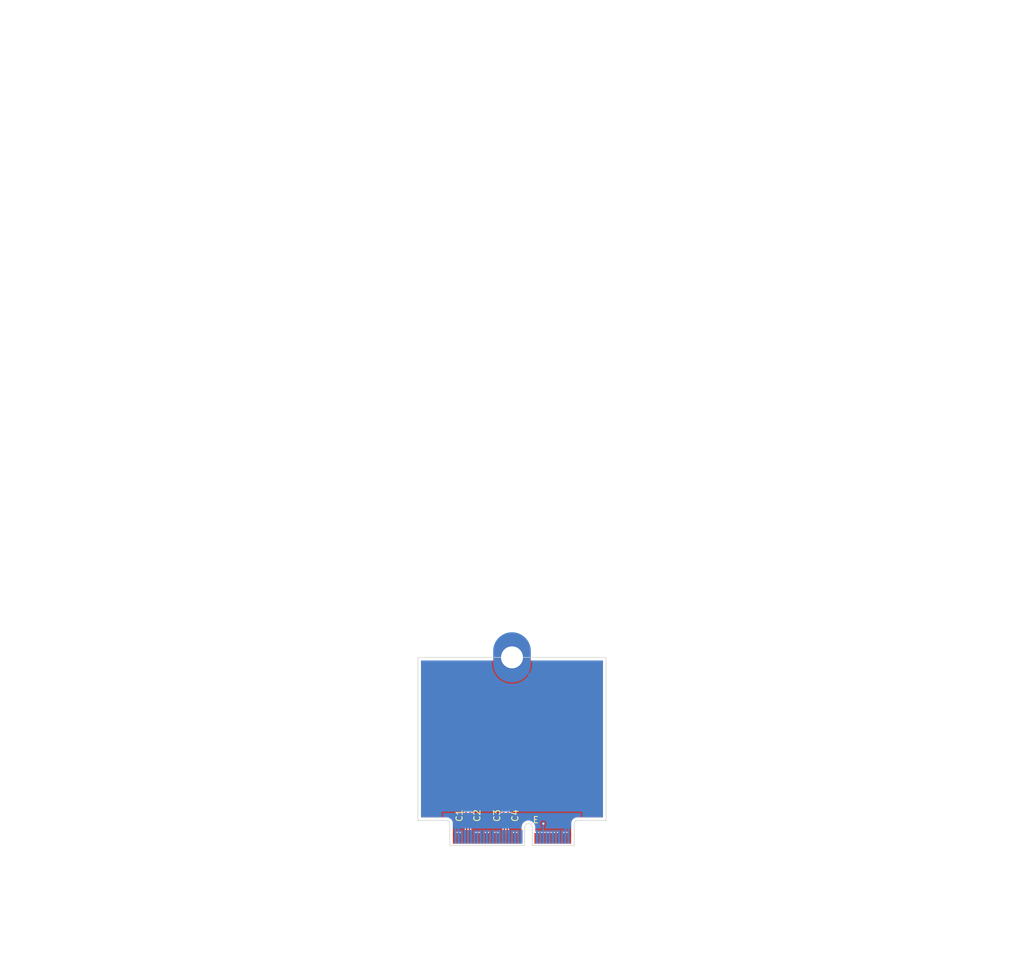
<source format=kicad_pcb>
(kicad_pcb (version 20241229) (generator "pcbnew") (generator_version "9.0")
  (layers (0 "F.Cu" signal) (2 "B.Cu" signal) (13 "F.Paste" user) (15 "B.Paste" user) (5 "F.SilkS" user "F.Silkscreen") (7 "B.SilkS" user "B.Silkscreen") (1 "F.Mask" user) (3 "B.Mask" user) (25 "Edge.Cuts" user))
  (net 0 "")
  (net 1 "/M.2 E Key/PET1P")
  (net 2 "/M.2 E Key/PET1N")
  (net 3 "/M.2 E Key/PET0P")
  (net 4 "/M.2 E Key/PET0N")
  (net 5 "GND")
  (net 6 "/PET0-")
  (net 7 "/PET1-")
  (net 8 "/PET1+")
  (net 9 "/PET0+")
  (net 10 "+3.3V")
  (net 11 "/USB_D+")
  (net 12 "/USB_D-")
  (net 13 "/LED#1")
  (net 14 "/I2S_SCK")
  (net 15 "/SDIO_CLK")
  (net 16 "/I2S_WS")
  (net 17 "/SDIO_CMD")
  (net 18 "/I2S_SD_OUT")
  (net 19 "/SDIO_DATA0")
  (net 20 "/I2S_SD_IN")
  (net 21 "/SDIO_DATA3")
  (net 22 "/LED#2")
  (net 23 "/SDIO_DATA2")
  (net 24 "/SDIO_DATA1")
  (net 25 "/UART_WAKE#")
  (net 26 "/SDIO__WAKE#")
  (net 27 "/UART_TXD")
  (net 28 "/SDIO_RESET#")
  (net 29 "/UART_RXD")
  (net 30 "/UARD_RTS")
  (net 31 "/PER0-")
  (net 32 "/UART_CTS")
  (net 33 "/PER0+")
  (net 39 "/REFCLK0+")
  (net 41 "/REFCLK0-")
  (net 42 "/SUSCLK")
  (net 43 "/PERST0#")
  (net 44 "/CLKREQ0#")
  (net 45 "/W_DISABLE2#")
  (net 46 "/PEWAKE#")
  (net 47 "/W_DISABLE1#")
  (net 48 "/I2C_DATA")
  (net 49 "/PER1+")
  (net 50 "/I2C_CLK")
  (net 51 "/PER1-")
  (net 52 "/ALERT#")
  (net 54 "/PERST1#")
  (net 55 "/CLKREQ1#")
  (net 56 "/PEWAKE1#")
  (net 57 "/REFCLK1+")
  (net 58 "/REFCLK1-")
  (footprint "PCIexpress:M.2 E Key Connector" (layer "F.Cu") (at 109.76 157.84)
    (property "Reference" "J1")
    (property "Value" "~")
    (fp_line (start -11 -2.89) (end -10.425 -2.89) (stroke (width 0.1)) (layer "Edge.Cuts"))
    (fp_line (start -9.925 -2.39) (end -9.925 1.11) (stroke (width 0.1)) (layer "Edge.Cuts"))
    (fp_line (start 2.02 -1.79) (end 2.02 1.11) (stroke (width 0.1)) (layer "Edge.Cuts"))
    (fp_line (start 2.02 1.11) (end -9.925 1.11) (stroke (width 0.1)) (layer "Edge.Cuts"))
    (fp_line (start 3.22 -1.79) (end 3.22 1.11) (stroke (width 0.1)) (layer "Edge.Cuts"))
    (fp_line (start 3.22 1.11) (end 9.925 1.11) (stroke (width 0.1)) (layer "Edge.Cuts"))
    (fp_line (start 9.925 -2.39) (end 9.925 1.11) (stroke (width 0.1)) (layer "Edge.Cuts"))
    (fp_line (start 10.425 -2.89) (end 11 -2.89) (stroke (width 0.1)) (layer "Edge.Cuts"))
    (fp_arc (start -10.425 -2.89) (mid -10.071447 -2.743553) (end -9.925 -2.39) (stroke (width 0.1)) (layer "Edge.Cuts"))
    (fp_arc (start 2.02 -1.79) (mid 2.62 -2.39) (end 3.22 -1.79) (stroke (width 0.1)) (layer "Edge.Cuts"))
    (fp_arc (start 9.925 -2.39) (mid 10.071447 -2.743553) (end 10.425 -2.89) (stroke (width 0.1)) (layer "Edge.Cuts"))
    (fp_text user "E" (at 3.245 -2.395 0) (layer "F.SilkS") (effects (justify left bottom)))
    (pad "1" smd rect (at 9.25 -0.04 180) (size 0.35 1.7) (layers "F.Cu") (net 5 "GND"))
    (pad "2" smd rect (at 9 -0.29 180) (size 0.35 2.2) (layers "B.Cu") (net 10 "+3.3V"))
    (pad "3" smd rect (at 8.75 -0.04 180) (size 0.35 1.7) (layers "F.Cu") (net 11 "/USB_D+"))
    (pad "4" smd rect (at 8.5 -0.29 180) (size 0.35 2.2) (layers "B.Cu") (net 10 "+3.3V"))
    (pad "5" smd rect (at 8.25 -0.04 180) (size 0.35 1.7) (layers "F.Cu") (net 12 "/USB_D-"))
    (pad "6" smd rect (at 8 -0.29 180) (size 0.35 2.2) (layers "B.Cu") (net 13 "/LED#1"))
    (pad "7" smd rect (at 7.75 -0.04 180) (size 0.35 1.7) (layers "F.Cu") (net 5 "GND"))
    (pad "8" smd rect (at 7.5 -0.29 180) (size 0.35 2.2) (layers "B.Cu") (net 14 "/I2S_SCK"))
    (pad "9" smd rect (at 7.25 -0.04 180) (size 0.35 1.7) (layers "F.Cu") (net 15 "/SDIO_CLK"))
    (pad "10" smd rect (at 7 -0.29 180) (size 0.35 2.2) (layers "B.Cu") (net 16 "/I2S_WS"))
    (pad "11" smd rect (at 6.75 -0.04 180) (size 0.35 1.7) (layers "F.Cu") (net 17 "/SDIO_CMD"))
    (pad "12" smd rect (at 6.5 -0.29 180) (size 0.35 2.2) (layers "B.Cu") (net 18 "/I2S_SD_OUT"))
    (pad "13" smd rect (at 6.25 -0.04 180) (size 0.35 1.7) (layers "F.Cu") (net 19 "/SDIO_DATA0"))
    (pad "14" smd rect (at 6 -0.29 180) (size 0.35 2.2) (layers "B.Cu") (net 20 "/I2S_SD_IN"))
    (pad "15" smd rect (at 5.75 -0.04 180) (size 0.35 1.7) (layers "F.Cu") (net 21 "/SDIO_DATA3"))
    (pad "16" smd rect (at 5.5 -0.29 180) (size 0.35 2.2) (layers "B.Cu") (net 22 "/LED#2"))
    (pad "17" smd rect (at 5.25 -0.04 180) (size 0.35 1.7) (layers "F.Cu") (net 23 "/SDIO_DATA2"))
    (pad "18" smd rect (at 5 -0.29 180) (size 0.35 2.2) (layers "B.Cu") (net 5 "GND"))
    (pad "19" smd rect (at 4.75 -0.04 180) (size 0.35 1.7) (layers "F.Cu") (net 24 "/SDIO_DATA1"))
    (pad "20" smd rect (at 4.5 -0.29 180) (size 0.35 2.2) (layers "B.Cu") (net 25 "/UART_WAKE#"))
    (pad "21" smd rect (at 4.25 -0.04 180) (size 0.35 1.7) (layers "F.Cu") (net 26 "/SDIO__WAKE#"))
    (pad "22" smd rect (at 4 -0.29 180) (size 0.35 2.2) (layers "B.Cu") (net 27 "/UART_TXD"))
    (pad "23" smd rect (at 3.75 -0.04 180) (size 0.35 1.7) (layers "F.Cu") (net 28 "/SDIO_RESET#"))
    (pad "32" smd rect (at 1.5 -0.29 180) (size 0.35 2.2) (layers "B.Cu") (net 29 "/UART_RXD"))
    (pad "33" smd rect (at 1.25 -0.04 180) (size 0.35 1.7) (layers "F.Cu") (net 5 "GND"))
    (pad "34" smd rect (at 1 -0.29 180) (size 0.35 2.2) (layers "B.Cu") (net 30 "/UARD_RTS"))
    (pad "35" smd rect (at 0.75 -0.04 180) (size 0.35 1.7) (layers "F.Cu") (net 31 "/PER0-"))
    (pad "36" smd rect (at 0.5 -0.29 180) (size 0.35 2.2) (layers "B.Cu") (net 32 "/UART_CTS"))
    (pad "37" smd rect (at 0.25 -0.04 180) (size 0.35 1.7) (layers "F.Cu") (net 33 "/PER0+"))
    (pad "38" smd rect (at 0 -0.29 180) (size 0.35 2.2) (layers "B.Cu"))
    (pad "39" smd rect (at -0.25 -0.04 180) (size 0.35 1.7) (layers "F.Cu") (net 5 "GND"))
    (pad "40" smd rect (at -0.5 -0.29 180) (size 0.35 2.2) (layers "B.Cu"))
    (pad "41" smd rect (at -0.75 -0.04 180) (size 0.35 1.7) (layers "F.Cu") (net 3 "/M.2 E Key/PET0P"))
    (pad "42" smd rect (at -1 -0.29 180) (size 0.35 2.2) (layers "B.Cu"))
    (pad "43" smd rect (at -1.25 -0.04 180) (size 0.35 1.7) (layers "F.Cu") (net 4 "/M.2 E Key/PET0N"))
    (pad "44" smd rect (at -1.5 -0.29 180) (size 0.35 2.2) (layers "B.Cu"))
    (pad "45" smd rect (at -1.75 -0.04 180) (size 0.35 1.7) (layers "F.Cu") (net 5 "GND"))
    (pad "46" smd rect (at -2 -0.29 180) (size 0.35 2.2) (layers "B.Cu"))
    (pad "47" smd rect (at -2.25 -0.04 180) (size 0.35 1.7) (layers "F.Cu") (net 39 "/REFCLK0+"))
    (pad "48" smd rect (at -2.5 -0.29 180) (size 0.35 2.2) (layers "B.Cu"))
    (pad "49" smd rect (at -2.75 -0.04 180) (size 0.35 1.7) (layers "F.Cu") (net 41 "/REFCLK0-"))
    (pad "50" smd rect (at -3 -0.29 180) (size 0.35 2.2) (layers "B.Cu") (net 42 "/SUSCLK"))
    (pad "51" smd rect (at -3.25 -0.04 180) (size 0.35 1.7) (layers "F.Cu") (net 5 "GND"))
    (pad "52" smd rect (at -3.5 -0.29 180) (size 0.35 2.2) (layers "B.Cu") (net 43 "/PERST0#"))
    (pad "53" smd rect (at -3.75 -0.04 180) (size 0.35 1.7) (layers "F.Cu") (net 44 "/CLKREQ0#"))
    (pad "54" smd rect (at -4 -0.29 180) (size 0.35 2.2) (layers "B.Cu") (net 45 "/W_DISABLE2#"))
    (pad "55" smd rect (at -4.25 -0.04 180) (size 0.35 1.7) (layers "F.Cu") (net 46 "/PEWAKE#"))
    (pad "56" smd rect (at -4.5 -0.29 180) (size 0.35 2.2) (layers "B.Cu") (net 47 "/W_DISABLE1#"))
    (pad "57" smd rect (at -4.75 -0.04 180) (size 0.35 1.7) (layers "F.Cu") (net 5 "GND"))
    (pad "58" smd rect (at -5 -0.29 180) (size 0.35 2.2) (layers "B.Cu") (net 48 "/I2C_DATA"))
    (pad "59" smd rect (at -5.25 -0.04 180) (size 0.35 1.7) (layers "F.Cu") (net 49 "/PER1+"))
    (pad "60" smd rect (at -5.5 -0.29 180) (size 0.35 2.2) (layers "B.Cu") (net 50 "/I2C_CLK"))
    (pad "61" smd rect (at -5.75 -0.04 180) (size 0.35 1.7) (layers "F.Cu") (net 51 "/PER1-"))
    (pad "62" smd rect (at -6 -0.29 180) (size 0.35 2.2) (layers "B.Cu") (net 52 "/ALERT#"))
    (pad "63" smd rect (at -6.25 -0.04 180) (size 0.35 1.7) (layers "F.Cu") (net 5 "GND"))
    (pad "64" smd rect (at -6.5 -0.29 180) (size 0.35 2.2) (layers "B.Cu"))
    (pad "65" smd rect (at -6.75 -0.04 180) (size 0.35 1.7) (layers "F.Cu") (net 1 "/M.2 E Key/PET1P"))
    (pad "66" smd rect (at -7 -0.29 180) (size 0.35 2.2) (layers "B.Cu") (net 54 "/PERST1#"))
    (pad "67" smd rect (at -7.25 -0.04 180) (size 0.35 1.7) (layers "F.Cu") (net 2 "/M.2 E Key/PET1N"))
    (pad "68" smd rect (at -7.5 -0.29 180) (size 0.35 2.2) (layers "B.Cu") (net 55 "/CLKREQ1#"))
    (pad "69" smd rect (at -7.75 -0.04 180) (size 0.35 1.7) (layers "F.Cu") (net 5 "GND"))
    (pad "70" smd rect (at -8 -0.29 180) (size 0.35 2.2) (layers "B.Cu") (net 56 "/PEWAKE1#"))
    (pad "71" smd rect (at -8.25 -0.04 180) (size 0.35 1.7) (layers "F.Cu") (net 57 "/REFCLK1+"))
    (pad "72" smd rect (at -8.5 -0.29 180) (size 0.35 2.2) (layers "B.Cu") (net 10 "+3.3V"))
    (pad "73" smd rect (at -8.75 -0.04 180) (size 0.35 1.7) (layers "F.Cu") (net 58 "/REFCLK1-"))
    (pad "74" smd rect (at -9 -0.29 180) (size 0.35 2.2) (layers "B.Cu") (net 10 "+3.3V"))
    (pad "75" smd rect (at -9.25 -0.04 180) (size 0.35 1.7) (layers "F.Cu") (net 5 "GND"))
  )
  (footprint "Capacitor_SMD:C_0201_0603Metric" (layer "F.Cu") (at 109.11 154.18 90)
    (property "Reference" "C4" (at 0 1.14 90) (layer "F.SilkS"))
    (property "Value" "220nF")
    (pad "1" smd roundrect (at -0.32 0 90) (size 0.46 0.4) (layers "F.Cu" "F.Mask") (net 3 "/M.2 E Key/PET0P"))
    (pad "2" smd roundrect (at 0.32 0 90) (size 0.46 0.4) (layers "F.Cu" "F.Mask") (net 9 "/PET0+"))
  )
  (footprint "Capacitor_SMD:C_0201_0603Metric" (layer "F.Cu") (at 108.41 154.18 90)
    (property "Reference" "C3" (at 0 -1.05 90) (layer "F.SilkS"))
    (property "Value" "220nF")
    (pad "1" smd roundrect (at -0.32 0 90) (size 0.46 0.4) (layers "F.Cu" "F.Mask") (net 4 "/M.2 E Key/PET0N"))
    (pad "2" smd roundrect (at 0.32 0 90) (size 0.46 0.4) (layers "F.Cu" "F.Mask") (net 6 "/PET0-"))
  )
  (footprint "Capacitor_SMD:C_0201_0603Metric" (layer "F.Cu") (at 103.11 154.18 90)
    (property "Reference" "C2" (at 0 1.09 90) (layer "F.SilkS"))
    (property "Value" "220nF")
    (pad "1" smd roundrect (at -0.32 0 90) (size 0.46 0.4) (layers "F.Cu" "F.Mask") (net 1 "/M.2 E Key/PET1P"))
    (pad "2" smd roundrect (at 0.32 0 90) (size 0.46 0.4) (layers "F.Cu" "F.Mask") (net 8 "/PET1+"))
  )
  (footprint "Athena KiCAd library:M.2 Mounting Pad" (layer "F.Cu") (at 109.76 128.95)
    (property "Reference" "H1")
    (property "Value" "MountingHole_Pad")
    (pad "1" thru_hole circle (at 0 0) (size 5.5 5.5) (drill 3.5) (property pad_prop_castellated) (layers "*.Cu" "*.Mask") (net 5 "GND") (padstack (mode front_inner_back) (layer "Inner" (shape circle) (size 5.5 5.5)) (layer "B.Cu" (shape oval) (size 6 8))))
  )
  (footprint "Capacitor_SMD:C_0201_0603Metric" (layer "F.Cu") (at 102.41 154.18 90)
    (property "Reference" "C1" (at 0 -1.05 90) (layer "F.SilkS"))
    (property "Value" "220nF")
    (pad "1" smd roundrect (at -0.32 0 90) (size 0.46 0.4) (layers "F.Cu" "F.Mask") (net 2 "/M.2 E Key/PET1N"))
    (pad "2" smd roundrect (at 0.32 0 90) (size 0.46 0.4) (layers "F.Cu" "F.Mask") (net 7 "/PET1-"))
  )
  (gr_line (start 98.76 154.95) (end 94.76 154.95) (stroke (width 0.1)) (layer "Edge.Cuts"))
  (gr_line (start 124.76 128.95) (end 94.76 128.95) (stroke (width 0.1)) (layer "Edge.Cuts"))
  (gr_line (start 120.76 154.95) (end 124.76 154.95) (stroke (width 0.1)) (layer "Edge.Cuts"))
  (gr_line (start 94.76 128.95) (end 94.76 154.95) (stroke (width 0.1)) (layer "Edge.Cuts"))
  (gr_line (start 124.76 154.95) (end 124.76 128.95) (stroke (width 0.1)) (layer "Edge.Cuts"))
  (segment (start 102.985 156.499999) (end 102.985 154.970001) (width 0.2) (layer "F.Cu") (net 1))
  (segment (start 103.01 156.524999) (end 102.985 156.499999) (width 0.2) (layer "F.Cu") (net 1))
  (segment (start 102.985 154.970001) (end 103.11 154.845001) (width 0.2) (layer "F.Cu") (net 1))
  (segment (start 103.11 154.845001) (end 103.11 154.5) (width 0.2) (layer "F.Cu") (net 1))
  (segment (start 103.01 157.8) (end 103.01 156.524999) (width 0.2) (layer "F.Cu") (net 1))
  (segment (start 102.41 154.845001) (end 102.41 154.5) (width 0.2) (layer "F.Cu") (net 2))
  (segment (start 102.51 156.524999) (end 102.535 156.499999) (width 0.2) (layer "F.Cu") (net 2))
  (segment (start 102.535 154.970001) (end 102.41 154.845001) (width 0.2) (layer "F.Cu") (net 2))
  (segment (start 102.51 157.8) (end 102.51 156.524999) (width 0.2) (layer "F.Cu") (net 2))
  (segment (start 102.535 156.499999) (end 102.535 154.970001) (width 0.2) (layer "F.Cu") (net 2))
  (segment (start 109.01 157.8) (end 109.01 156.524999) (width 0.2) (layer "F.Cu") (net 3))
  (segment (start 108.985 154.970001) (end 109.11 154.845001) (width 0.2) (layer "F.Cu") (net 3))
  (segment (start 109.01 156.524999) (end 108.985 156.499999) (width 0.2) (layer "F.Cu") (net 3))
  (segment (start 109.11 154.845001) (end 109.11 154.5) (width 0.2) (layer "F.Cu") (net 3))
  (segment (start 108.985 156.499999) (end 108.985 154.970001) (width 0.2) (layer "F.Cu") (net 3))
  (segment (start 108.535 156.499999) (end 108.535 154.970001) (width 0.2) (layer "F.Cu") (net 4))
  (segment (start 108.51 156.524999) (end 108.535 156.499999) (width 0.2) (layer "F.Cu") (net 4))
  (segment (start 108.535 154.970001) (end 108.41 154.845001) (width 0.2) (layer "F.Cu") (net 4))
  (segment (start 108.51 157.8) (end 108.51 156.524999) (width 0.2) (layer "F.Cu") (net 4))
  (segment (start 108.41 154.845001) (end 108.41 154.5) (width 0.2) (layer "F.Cu") (net 4))
  (via (at 114.76 155.46) (size 0.6) (drill 0.3) (layers "F.Cu" "B.Cu") (net 5))
  (segment (start 114.76 155.46) (end 114.76 157.55) (width 0.2) (layer "B.Cu") (net 5))
  (zone (net 5) (net_name "GND") (layers "F.Cu" "B.Cu") (connect_pads (clearance 0.2)) (min_thickness 0.15) (fill yes (thermal_gap 0.2) (thermal_bridge_width 0.35))
    (polygon (pts (xy 94.76 157.48) (xy 94.76 48.95) (xy 124.76 48.95) (xy 124.76 157.48)))
  )
  (zone (net 10) (net_name "+3.3V") (layer "B.Cu") (priority 1) (connect_pads (clearance 0.2)) (min_thickness 0.15) (fill yes (thermal_gap 0.2) (thermal_bridge_width 0.35))
    (polygon (pts (xy 120.76 157.48) (xy 120.76 153.75) (xy 98.76 153.75) (xy 98.76 157.48)))
  )
)
</source>
